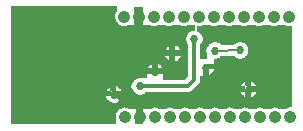
<source format=gbl>
G04 MADE WITH FRITZING*
G04 WWW.FRITZING.ORG*
G04 DOUBLE SIDED*
G04 HOLES PLATED*
G04 CONTOUR ON CENTER OF CONTOUR VECTOR*
%ASAXBY*%
%FSLAX23Y23*%
%MOIN*%
%OFA0B0*%
%SFA1.0B1.0*%
%ADD10C,0.075000*%
%ADD11C,0.042426*%
%ADD12C,0.027165*%
%ADD13C,0.008000*%
%ADD14C,0.012000*%
%ADD15C,0.024000*%
%LNCOPPER0*%
G90*
G70*
G54D10*
X876Y314D03*
G54D11*
X968Y397D03*
X918Y397D03*
X868Y397D03*
X818Y397D03*
X768Y397D03*
X718Y397D03*
X668Y397D03*
X618Y397D03*
X568Y397D03*
X518Y397D03*
X468Y397D03*
X418Y397D03*
X969Y65D03*
X919Y65D03*
X869Y65D03*
X819Y65D03*
X769Y65D03*
X719Y65D03*
X669Y65D03*
X619Y65D03*
X569Y65D03*
X519Y65D03*
X469Y65D03*
X419Y65D03*
G54D12*
X721Y285D03*
X833Y155D03*
X691Y229D03*
X522Y214D03*
X580Y276D03*
X804Y286D03*
X652Y323D03*
X384Y139D03*
X471Y166D03*
G54D13*
X792Y286D02*
X733Y285D01*
G54D14*
D02*
X652Y189D02*
X629Y167D01*
D02*
X652Y311D02*
X652Y189D01*
D02*
X629Y167D02*
X483Y166D01*
G54D15*
D02*
X401Y133D02*
X467Y111D01*
D02*
X467Y111D02*
X468Y87D01*
G36*
X40Y434D02*
X40Y368D01*
X408Y368D01*
X408Y370D01*
X404Y370D01*
X404Y372D01*
X402Y372D01*
X402Y374D01*
X398Y374D01*
X398Y376D01*
X396Y376D01*
X396Y380D01*
X394Y380D01*
X394Y382D01*
X392Y382D01*
X392Y386D01*
X390Y386D01*
X390Y390D01*
X388Y390D01*
X388Y406D01*
X390Y406D01*
X390Y410D01*
X392Y410D01*
X392Y414D01*
X394Y414D01*
X394Y434D01*
X40Y434D01*
G37*
D02*
G36*
X430Y372D02*
X430Y370D01*
X426Y370D01*
X426Y368D01*
X458Y368D01*
X458Y370D01*
X454Y370D01*
X454Y372D01*
X430Y372D01*
G37*
D02*
G36*
X480Y372D02*
X480Y370D01*
X476Y370D01*
X476Y368D01*
X508Y368D01*
X508Y370D01*
X504Y370D01*
X504Y372D01*
X480Y372D01*
G37*
D02*
G36*
X530Y372D02*
X530Y370D01*
X526Y370D01*
X526Y368D01*
X558Y368D01*
X558Y370D01*
X554Y370D01*
X554Y372D01*
X530Y372D01*
G37*
D02*
G36*
X580Y372D02*
X580Y370D01*
X576Y370D01*
X576Y368D01*
X608Y368D01*
X608Y370D01*
X604Y370D01*
X604Y372D01*
X580Y372D01*
G37*
D02*
G36*
X630Y372D02*
X630Y370D01*
X626Y370D01*
X626Y368D01*
X654Y368D01*
X654Y372D01*
X630Y372D01*
G37*
D02*
G36*
X680Y372D02*
X680Y370D01*
X676Y370D01*
X676Y368D01*
X708Y368D01*
X708Y370D01*
X704Y370D01*
X704Y372D01*
X680Y372D01*
G37*
D02*
G36*
X730Y372D02*
X730Y370D01*
X726Y370D01*
X726Y368D01*
X758Y368D01*
X758Y370D01*
X754Y370D01*
X754Y372D01*
X730Y372D01*
G37*
D02*
G36*
X780Y372D02*
X780Y370D01*
X776Y370D01*
X776Y368D01*
X808Y368D01*
X808Y370D01*
X804Y370D01*
X804Y372D01*
X780Y372D01*
G37*
D02*
G36*
X830Y372D02*
X830Y370D01*
X826Y370D01*
X826Y368D01*
X858Y368D01*
X858Y370D01*
X854Y370D01*
X854Y372D01*
X830Y372D01*
G37*
D02*
G36*
X880Y372D02*
X880Y370D01*
X876Y370D01*
X876Y368D01*
X908Y368D01*
X908Y370D01*
X904Y370D01*
X904Y372D01*
X880Y372D01*
G37*
D02*
G36*
X930Y372D02*
X930Y370D01*
X926Y370D01*
X926Y368D01*
X958Y368D01*
X958Y370D01*
X954Y370D01*
X954Y372D01*
X930Y372D01*
G37*
D02*
G36*
X40Y368D02*
X40Y366D01*
X654Y366D01*
X654Y368D01*
X40Y368D01*
G37*
D02*
G36*
X40Y368D02*
X40Y366D01*
X654Y366D01*
X654Y368D01*
X40Y368D01*
G37*
D02*
G36*
X40Y368D02*
X40Y366D01*
X654Y366D01*
X654Y368D01*
X40Y368D01*
G37*
D02*
G36*
X40Y368D02*
X40Y366D01*
X654Y366D01*
X654Y368D01*
X40Y368D01*
G37*
D02*
G36*
X40Y368D02*
X40Y366D01*
X654Y366D01*
X654Y368D01*
X40Y368D01*
G37*
D02*
G36*
X40Y368D02*
X40Y366D01*
X654Y366D01*
X654Y368D01*
X40Y368D01*
G37*
D02*
G36*
X662Y368D02*
X662Y366D01*
X978Y366D01*
X978Y368D01*
X662Y368D01*
G37*
D02*
G36*
X662Y368D02*
X662Y366D01*
X978Y366D01*
X978Y368D01*
X662Y368D01*
G37*
D02*
G36*
X662Y368D02*
X662Y366D01*
X978Y366D01*
X978Y368D01*
X662Y368D01*
G37*
D02*
G36*
X662Y368D02*
X662Y366D01*
X978Y366D01*
X978Y368D01*
X662Y368D01*
G37*
D02*
G36*
X662Y368D02*
X662Y366D01*
X978Y366D01*
X978Y368D01*
X662Y368D01*
G37*
D02*
G36*
X662Y368D02*
X662Y366D01*
X978Y366D01*
X978Y368D01*
X662Y368D01*
G37*
D02*
G36*
X40Y366D02*
X40Y304D01*
X588Y304D01*
X588Y302D01*
X592Y302D01*
X592Y300D01*
X596Y300D01*
X596Y298D01*
X598Y298D01*
X598Y296D01*
X600Y296D01*
X600Y294D01*
X602Y294D01*
X602Y292D01*
X604Y292D01*
X604Y288D01*
X606Y288D01*
X606Y284D01*
X608Y284D01*
X608Y268D01*
X606Y268D01*
X606Y264D01*
X604Y264D01*
X604Y260D01*
X602Y260D01*
X602Y258D01*
X600Y258D01*
X600Y256D01*
X598Y256D01*
X598Y254D01*
X596Y254D01*
X596Y252D01*
X592Y252D01*
X592Y250D01*
X588Y250D01*
X588Y248D01*
X630Y248D01*
X630Y308D01*
X628Y308D01*
X628Y312D01*
X626Y312D01*
X626Y316D01*
X624Y316D01*
X624Y332D01*
X626Y332D01*
X626Y336D01*
X628Y336D01*
X628Y338D01*
X630Y338D01*
X630Y342D01*
X632Y342D01*
X632Y344D01*
X634Y344D01*
X634Y346D01*
X638Y346D01*
X638Y348D01*
X640Y348D01*
X640Y350D01*
X646Y350D01*
X646Y352D01*
X654Y352D01*
X654Y366D01*
X40Y366D01*
G37*
D02*
G36*
X662Y366D02*
X662Y348D01*
X666Y348D01*
X666Y346D01*
X668Y346D01*
X668Y344D01*
X670Y344D01*
X670Y342D01*
X672Y342D01*
X672Y340D01*
X674Y340D01*
X674Y338D01*
X676Y338D01*
X676Y334D01*
X678Y334D01*
X678Y330D01*
X680Y330D01*
X680Y318D01*
X678Y318D01*
X678Y314D01*
X812Y314D01*
X812Y312D01*
X816Y312D01*
X816Y310D01*
X820Y310D01*
X820Y308D01*
X822Y308D01*
X822Y306D01*
X824Y306D01*
X824Y304D01*
X826Y304D01*
X826Y302D01*
X828Y302D01*
X828Y298D01*
X830Y298D01*
X830Y294D01*
X832Y294D01*
X832Y278D01*
X830Y278D01*
X830Y274D01*
X828Y274D01*
X828Y270D01*
X826Y270D01*
X826Y268D01*
X824Y268D01*
X824Y266D01*
X822Y266D01*
X822Y264D01*
X820Y264D01*
X820Y262D01*
X816Y262D01*
X816Y260D01*
X812Y260D01*
X812Y258D01*
X978Y258D01*
X978Y366D01*
X662Y366D01*
G37*
D02*
G36*
X678Y314D02*
X678Y312D01*
X676Y312D01*
X676Y310D01*
X674Y310D01*
X674Y306D01*
X672Y306D01*
X672Y258D01*
X694Y258D01*
X694Y280D01*
X692Y280D01*
X692Y292D01*
X694Y292D01*
X694Y296D01*
X696Y296D01*
X696Y300D01*
X698Y300D01*
X698Y302D01*
X700Y302D01*
X700Y304D01*
X702Y304D01*
X702Y306D01*
X704Y306D01*
X704Y308D01*
X706Y308D01*
X706Y310D01*
X710Y310D01*
X710Y312D01*
X714Y312D01*
X714Y314D01*
X678Y314D01*
G37*
D02*
G36*
X728Y314D02*
X728Y312D01*
X732Y312D01*
X732Y310D01*
X736Y310D01*
X736Y308D01*
X738Y308D01*
X738Y306D01*
X740Y306D01*
X740Y304D01*
X784Y304D01*
X784Y306D01*
X788Y306D01*
X788Y308D01*
X790Y308D01*
X790Y310D01*
X792Y310D01*
X792Y312D01*
X796Y312D01*
X796Y314D01*
X728Y314D01*
G37*
D02*
G36*
X40Y304D02*
X40Y248D01*
X572Y248D01*
X572Y250D01*
X568Y250D01*
X568Y252D01*
X566Y252D01*
X566Y254D01*
X564Y254D01*
X564Y256D01*
X560Y256D01*
X560Y260D01*
X558Y260D01*
X558Y262D01*
X556Y262D01*
X556Y264D01*
X554Y264D01*
X554Y270D01*
X552Y270D01*
X552Y282D01*
X554Y282D01*
X554Y286D01*
X556Y286D01*
X556Y290D01*
X558Y290D01*
X558Y292D01*
X560Y292D01*
X560Y294D01*
X562Y294D01*
X562Y296D01*
X564Y296D01*
X564Y298D01*
X566Y298D01*
X566Y300D01*
X568Y300D01*
X568Y302D01*
X574Y302D01*
X574Y304D01*
X40Y304D01*
G37*
D02*
G36*
X738Y266D02*
X738Y264D01*
X736Y264D01*
X736Y262D01*
X732Y262D01*
X732Y260D01*
X728Y260D01*
X728Y258D01*
X798Y258D01*
X798Y260D01*
X792Y260D01*
X792Y262D01*
X790Y262D01*
X790Y264D01*
X788Y264D01*
X788Y266D01*
X738Y266D01*
G37*
D02*
G36*
X718Y258D02*
X718Y256D01*
X978Y256D01*
X978Y258D01*
X718Y258D01*
G37*
D02*
G36*
X718Y258D02*
X718Y256D01*
X978Y256D01*
X978Y258D01*
X718Y258D01*
G37*
D02*
G36*
X718Y256D02*
X718Y234D01*
X720Y234D01*
X720Y226D01*
X718Y226D01*
X718Y220D01*
X716Y220D01*
X716Y216D01*
X714Y216D01*
X714Y214D01*
X712Y214D01*
X712Y212D01*
X710Y212D01*
X710Y210D01*
X708Y210D01*
X708Y208D01*
X706Y208D01*
X706Y206D01*
X704Y206D01*
X704Y204D01*
X700Y204D01*
X700Y202D01*
X692Y202D01*
X692Y200D01*
X672Y200D01*
X672Y184D01*
X840Y184D01*
X840Y182D01*
X844Y182D01*
X844Y180D01*
X848Y180D01*
X848Y178D01*
X850Y178D01*
X850Y176D01*
X852Y176D01*
X852Y174D01*
X854Y174D01*
X854Y172D01*
X856Y172D01*
X856Y168D01*
X858Y168D01*
X858Y166D01*
X860Y166D01*
X860Y158D01*
X862Y158D01*
X862Y154D01*
X860Y154D01*
X860Y146D01*
X858Y146D01*
X858Y142D01*
X856Y142D01*
X856Y140D01*
X854Y140D01*
X854Y138D01*
X852Y138D01*
X852Y136D01*
X850Y136D01*
X850Y134D01*
X848Y134D01*
X848Y132D01*
X844Y132D01*
X844Y130D01*
X840Y130D01*
X840Y128D01*
X978Y128D01*
X978Y256D01*
X718Y256D01*
G37*
D02*
G36*
X40Y248D02*
X40Y246D01*
X630Y246D01*
X630Y248D01*
X40Y248D01*
G37*
D02*
G36*
X40Y248D02*
X40Y246D01*
X630Y246D01*
X630Y248D01*
X40Y248D01*
G37*
D02*
G36*
X40Y246D02*
X40Y242D01*
X530Y242D01*
X530Y240D01*
X534Y240D01*
X534Y238D01*
X538Y238D01*
X538Y236D01*
X540Y236D01*
X540Y234D01*
X542Y234D01*
X542Y232D01*
X544Y232D01*
X544Y228D01*
X546Y228D01*
X546Y226D01*
X548Y226D01*
X548Y222D01*
X550Y222D01*
X550Y208D01*
X548Y208D01*
X548Y188D01*
X620Y188D01*
X620Y190D01*
X622Y190D01*
X622Y192D01*
X624Y192D01*
X624Y194D01*
X626Y194D01*
X626Y196D01*
X630Y196D01*
X630Y246D01*
X40Y246D01*
G37*
D02*
G36*
X40Y242D02*
X40Y168D01*
X390Y168D01*
X390Y166D01*
X394Y166D01*
X394Y164D01*
X398Y164D01*
X398Y162D01*
X400Y162D01*
X400Y160D01*
X402Y160D01*
X402Y158D01*
X404Y158D01*
X404Y156D01*
X406Y156D01*
X406Y154D01*
X408Y154D01*
X408Y152D01*
X410Y152D01*
X410Y148D01*
X412Y148D01*
X412Y138D01*
X464Y138D01*
X464Y140D01*
X460Y140D01*
X460Y142D01*
X456Y142D01*
X456Y144D01*
X454Y144D01*
X454Y146D01*
X452Y146D01*
X452Y148D01*
X450Y148D01*
X450Y150D01*
X448Y150D01*
X448Y152D01*
X446Y152D01*
X446Y156D01*
X444Y156D01*
X444Y162D01*
X442Y162D01*
X442Y170D01*
X444Y170D01*
X444Y176D01*
X446Y176D01*
X446Y180D01*
X448Y180D01*
X448Y182D01*
X450Y182D01*
X450Y184D01*
X452Y184D01*
X452Y186D01*
X454Y186D01*
X454Y188D01*
X456Y188D01*
X456Y190D01*
X460Y190D01*
X460Y192D01*
X464Y192D01*
X464Y194D01*
X494Y194D01*
X494Y222D01*
X496Y222D01*
X496Y226D01*
X498Y226D01*
X498Y230D01*
X500Y230D01*
X500Y232D01*
X502Y232D01*
X502Y234D01*
X504Y234D01*
X504Y236D01*
X506Y236D01*
X506Y238D01*
X510Y238D01*
X510Y240D01*
X514Y240D01*
X514Y242D01*
X40Y242D01*
G37*
D02*
G36*
X672Y184D02*
X672Y182D01*
X670Y182D01*
X670Y178D01*
X668Y178D01*
X668Y176D01*
X666Y176D01*
X666Y174D01*
X664Y174D01*
X664Y172D01*
X662Y172D01*
X662Y170D01*
X660Y170D01*
X660Y168D01*
X658Y168D01*
X658Y166D01*
X656Y166D01*
X656Y164D01*
X654Y164D01*
X654Y162D01*
X652Y162D01*
X652Y160D01*
X650Y160D01*
X650Y158D01*
X648Y158D01*
X648Y156D01*
X646Y156D01*
X646Y154D01*
X644Y154D01*
X644Y152D01*
X642Y152D01*
X642Y150D01*
X638Y150D01*
X638Y148D01*
X630Y148D01*
X630Y146D01*
X488Y146D01*
X488Y144D01*
X486Y144D01*
X486Y142D01*
X482Y142D01*
X482Y140D01*
X478Y140D01*
X478Y138D01*
X812Y138D01*
X812Y140D01*
X810Y140D01*
X810Y142D01*
X808Y142D01*
X808Y146D01*
X806Y146D01*
X806Y150D01*
X804Y150D01*
X804Y162D01*
X806Y162D01*
X806Y166D01*
X808Y166D01*
X808Y170D01*
X810Y170D01*
X810Y172D01*
X812Y172D01*
X812Y174D01*
X814Y174D01*
X814Y176D01*
X816Y176D01*
X816Y178D01*
X818Y178D01*
X818Y180D01*
X822Y180D01*
X822Y182D01*
X826Y182D01*
X826Y184D01*
X672Y184D01*
G37*
D02*
G36*
X40Y168D02*
X40Y110D01*
X382Y110D01*
X382Y112D01*
X376Y112D01*
X376Y114D01*
X372Y114D01*
X372Y116D01*
X368Y116D01*
X368Y118D01*
X366Y118D01*
X366Y120D01*
X364Y120D01*
X364Y122D01*
X362Y122D01*
X362Y124D01*
X360Y124D01*
X360Y128D01*
X358Y128D01*
X358Y132D01*
X356Y132D01*
X356Y146D01*
X358Y146D01*
X358Y150D01*
X360Y150D01*
X360Y154D01*
X362Y154D01*
X362Y156D01*
X364Y156D01*
X364Y158D01*
X366Y158D01*
X366Y160D01*
X368Y160D01*
X368Y162D01*
X370Y162D01*
X370Y164D01*
X374Y164D01*
X374Y166D01*
X378Y166D01*
X378Y168D01*
X40Y168D01*
G37*
D02*
G36*
X412Y138D02*
X412Y136D01*
X814Y136D01*
X814Y138D01*
X412Y138D01*
G37*
D02*
G36*
X412Y138D02*
X412Y136D01*
X814Y136D01*
X814Y138D01*
X412Y138D01*
G37*
D02*
G36*
X412Y136D02*
X412Y132D01*
X410Y132D01*
X410Y128D01*
X824Y128D01*
X824Y130D01*
X820Y130D01*
X820Y132D01*
X818Y132D01*
X818Y134D01*
X816Y134D01*
X816Y136D01*
X412Y136D01*
G37*
D02*
G36*
X408Y128D02*
X408Y126D01*
X978Y126D01*
X978Y128D01*
X408Y128D01*
G37*
D02*
G36*
X408Y128D02*
X408Y126D01*
X978Y126D01*
X978Y128D01*
X408Y128D01*
G37*
D02*
G36*
X408Y126D02*
X408Y124D01*
X406Y124D01*
X406Y122D01*
X404Y122D01*
X404Y120D01*
X402Y120D01*
X402Y118D01*
X400Y118D01*
X400Y116D01*
X398Y116D01*
X398Y114D01*
X394Y114D01*
X394Y112D01*
X386Y112D01*
X386Y110D01*
X978Y110D01*
X978Y126D01*
X408Y126D01*
G37*
D02*
G36*
X40Y110D02*
X40Y108D01*
X978Y108D01*
X978Y110D01*
X40Y110D01*
G37*
D02*
G36*
X40Y110D02*
X40Y108D01*
X978Y108D01*
X978Y110D01*
X40Y110D01*
G37*
D02*
G36*
X40Y108D02*
X40Y96D01*
X922Y96D01*
X922Y94D01*
X930Y94D01*
X930Y92D01*
X934Y92D01*
X934Y90D01*
X956Y90D01*
X956Y92D01*
X960Y92D01*
X960Y94D01*
X968Y94D01*
X968Y96D01*
X978Y96D01*
X978Y108D01*
X40Y108D01*
G37*
D02*
G36*
X40Y96D02*
X40Y42D01*
X390Y42D01*
X390Y74D01*
X392Y74D01*
X392Y78D01*
X394Y78D01*
X394Y82D01*
X396Y82D01*
X396Y84D01*
X398Y84D01*
X398Y86D01*
X400Y86D01*
X400Y88D01*
X402Y88D01*
X402Y90D01*
X406Y90D01*
X406Y92D01*
X410Y92D01*
X410Y94D01*
X418Y94D01*
X418Y96D01*
X40Y96D01*
G37*
D02*
G36*
X422Y96D02*
X422Y94D01*
X430Y94D01*
X430Y92D01*
X434Y92D01*
X434Y90D01*
X456Y90D01*
X456Y92D01*
X460Y92D01*
X460Y94D01*
X468Y94D01*
X468Y96D01*
X422Y96D01*
G37*
D02*
G36*
X472Y96D02*
X472Y94D01*
X480Y94D01*
X480Y92D01*
X484Y92D01*
X484Y90D01*
X506Y90D01*
X506Y92D01*
X510Y92D01*
X510Y94D01*
X518Y94D01*
X518Y96D01*
X472Y96D01*
G37*
D02*
G36*
X522Y96D02*
X522Y94D01*
X530Y94D01*
X530Y92D01*
X534Y92D01*
X534Y90D01*
X556Y90D01*
X556Y92D01*
X560Y92D01*
X560Y94D01*
X568Y94D01*
X568Y96D01*
X522Y96D01*
G37*
D02*
G36*
X572Y96D02*
X572Y94D01*
X580Y94D01*
X580Y92D01*
X584Y92D01*
X584Y90D01*
X606Y90D01*
X606Y92D01*
X610Y92D01*
X610Y94D01*
X618Y94D01*
X618Y96D01*
X572Y96D01*
G37*
D02*
G36*
X622Y96D02*
X622Y94D01*
X630Y94D01*
X630Y92D01*
X634Y92D01*
X634Y90D01*
X656Y90D01*
X656Y92D01*
X660Y92D01*
X660Y94D01*
X668Y94D01*
X668Y96D01*
X622Y96D01*
G37*
D02*
G36*
X672Y96D02*
X672Y94D01*
X680Y94D01*
X680Y92D01*
X684Y92D01*
X684Y90D01*
X706Y90D01*
X706Y92D01*
X710Y92D01*
X710Y94D01*
X718Y94D01*
X718Y96D01*
X672Y96D01*
G37*
D02*
G36*
X722Y96D02*
X722Y94D01*
X730Y94D01*
X730Y92D01*
X734Y92D01*
X734Y90D01*
X756Y90D01*
X756Y92D01*
X760Y92D01*
X760Y94D01*
X768Y94D01*
X768Y96D01*
X722Y96D01*
G37*
D02*
G36*
X772Y96D02*
X772Y94D01*
X780Y94D01*
X780Y92D01*
X784Y92D01*
X784Y90D01*
X806Y90D01*
X806Y92D01*
X810Y92D01*
X810Y94D01*
X818Y94D01*
X818Y96D01*
X772Y96D01*
G37*
D02*
G36*
X822Y96D02*
X822Y94D01*
X830Y94D01*
X830Y92D01*
X834Y92D01*
X834Y90D01*
X856Y90D01*
X856Y92D01*
X860Y92D01*
X860Y94D01*
X868Y94D01*
X868Y96D01*
X822Y96D01*
G37*
D02*
G36*
X872Y96D02*
X872Y94D01*
X880Y94D01*
X880Y92D01*
X884Y92D01*
X884Y90D01*
X906Y90D01*
X906Y92D01*
X910Y92D01*
X910Y94D01*
X918Y94D01*
X918Y96D01*
X872Y96D01*
G37*
D02*
G36*
X454Y58D02*
X481Y58D01*
X481Y40D01*
X454Y40D01*
X454Y58D01*
G37*
D02*
G36*
X452Y432D02*
X479Y432D01*
X479Y410D01*
X452Y410D01*
X452Y432D01*
G37*
D02*
G36*
X452Y388D02*
X479Y388D01*
X479Y368D01*
X452Y368D01*
X452Y388D01*
G37*
D02*
G36*
X510Y246D02*
X529Y246D01*
X529Y224D01*
X510Y224D01*
X510Y246D01*
G37*
D02*
G36*
X490Y226D02*
X512Y226D01*
X512Y207D01*
X490Y207D01*
X490Y226D01*
G37*
D02*
G36*
X526Y226D02*
X550Y226D01*
X550Y207D01*
X526Y207D01*
X526Y226D01*
G37*
D02*
G36*
X820Y188D02*
X839Y188D01*
X839Y166D01*
X820Y166D01*
X820Y188D01*
G37*
D02*
G36*
X820Y152D02*
X839Y152D01*
X839Y128D01*
X820Y128D01*
X820Y152D01*
G37*
D02*
G36*
X800Y168D02*
X822Y168D01*
X822Y149D01*
X800Y149D01*
X800Y168D01*
G37*
D02*
G36*
X836Y168D02*
X862Y168D01*
X862Y149D01*
X836Y149D01*
X836Y168D01*
G37*
D02*
G36*
X372Y172D02*
X391Y172D01*
X391Y150D01*
X372Y150D01*
X372Y172D01*
G37*
D02*
G36*
X352Y152D02*
X374Y152D01*
X374Y133D01*
X352Y133D01*
X352Y152D01*
G37*
D02*
G36*
X388Y152D02*
X412Y152D01*
X412Y133D01*
X388Y133D01*
X388Y152D01*
G37*
D02*
G36*
X568Y308D02*
X587Y308D01*
X587Y286D01*
X568Y286D01*
X568Y308D01*
G37*
D02*
G36*
X568Y272D02*
X587Y272D01*
X587Y248D01*
X568Y248D01*
X568Y272D01*
G37*
D02*
G36*
X548Y288D02*
X570Y288D01*
X570Y269D01*
X548Y269D01*
X548Y288D01*
G37*
D02*
G36*
X584Y288D02*
X608Y288D01*
X608Y269D01*
X584Y269D01*
X584Y288D01*
G37*
D02*
G36*
X680Y226D02*
X699Y226D01*
X699Y200D01*
X680Y200D01*
X680Y226D01*
G37*
D02*
G36*
X696Y242D02*
X720Y242D01*
X720Y223D01*
X696Y223D01*
X696Y242D01*
G37*
D02*
G04 End of Copper0*
M02*
</source>
